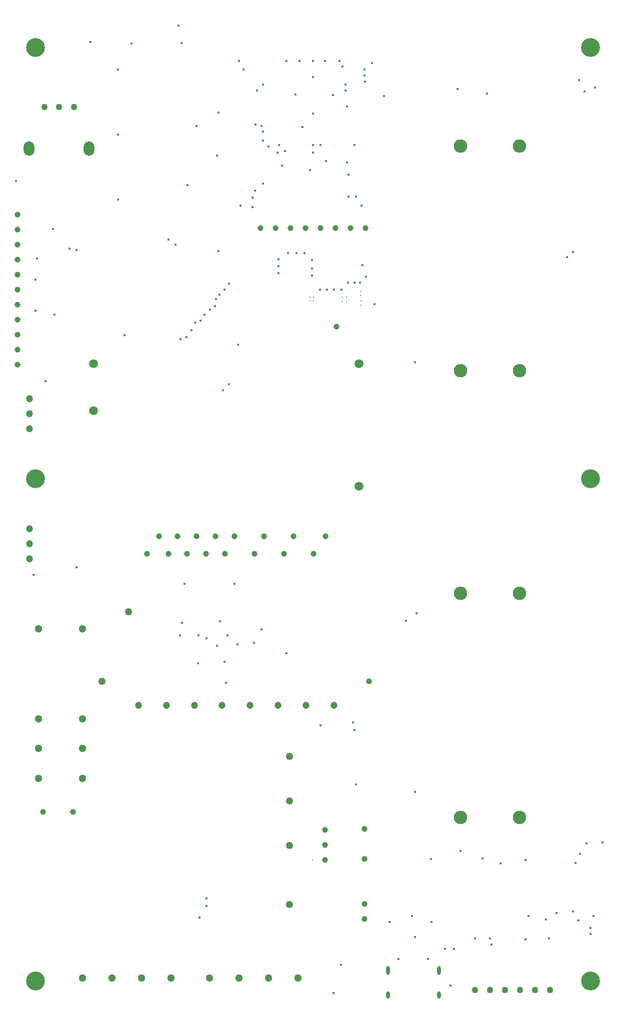
<source format=gbr>
%TF.GenerationSoftware,KiCad,Pcbnew,7.0.6*%
%TF.CreationDate,2023-12-09T00:06:19+01:00*%
%TF.ProjectId,MecProInverter,4d656350-726f-4496-9e76-65727465722e,rev?*%
%TF.SameCoordinates,Original*%
%TF.FileFunction,Plated,1,4,PTH,Mixed*%
%TF.FilePolarity,Positive*%
%FSLAX46Y46*%
G04 Gerber Fmt 4.6, Leading zero omitted, Abs format (unit mm)*
G04 Created by KiCad (PCBNEW 7.0.6) date 2023-12-09 00:06:19*
%MOMM*%
%LPD*%
G01*
G04 APERTURE LIST*
%TA.AperFunction,ViaDrill*%
%ADD10C,0.300000*%
%TD*%
%TA.AperFunction,ViaDrill*%
%ADD11C,0.400000*%
%TD*%
G04 aperture for slot hole*
%TA.AperFunction,ComponentDrill*%
%ADD12O,0.600000X1.500000*%
%TD*%
G04 aperture for slot hole*
%TA.AperFunction,ComponentDrill*%
%ADD13O,0.600000X1.200000*%
%TD*%
%TA.AperFunction,ComponentDrill*%
%ADD14C,1.000000*%
%TD*%
%TA.AperFunction,ComponentDrill*%
%ADD15C,1.100000*%
%TD*%
%TA.AperFunction,ComponentDrill*%
%ADD16C,1.100025*%
%TD*%
%TA.AperFunction,ComponentDrill*%
%ADD17C,1.200000*%
%TD*%
%TA.AperFunction,ViaDrill*%
%ADD18C,1.250000*%
%TD*%
%TA.AperFunction,ComponentDrill*%
%ADD19C,1.250000*%
%TD*%
%TA.AperFunction,ComponentDrill*%
%ADD20C,1.300000*%
%TD*%
%TA.AperFunction,ComponentDrill*%
%ADD21C,1.500000*%
%TD*%
G04 aperture for slot hole*
%TA.AperFunction,ComponentDrill*%
%ADD22O,1.800000X2.500025*%
%TD*%
%TA.AperFunction,ComponentDrill*%
%ADD23C,2.286000*%
%TD*%
%TA.AperFunction,ComponentDrill*%
%ADD24C,3.200000*%
%TD*%
G04 APERTURE END LIST*
D10*
X145500000Y-100275000D03*
X145500000Y-100875000D03*
X146000000Y-195500000D03*
X146100000Y-100275000D03*
X146100000Y-100875000D03*
X150920000Y-101040000D03*
X150930000Y-100230000D03*
X151640000Y-100230000D03*
X151640000Y-101040000D03*
X154060000Y-100000000D03*
X154100000Y-99200000D03*
X154100000Y-100800000D03*
X154100000Y-101600000D03*
D11*
X95700000Y-80600000D03*
X98700000Y-147200000D03*
X99000000Y-97250000D03*
X99000000Y-102500000D03*
X99250000Y-93750000D03*
X100750000Y-114500000D03*
X101975462Y-88750000D03*
X102250000Y-103250000D03*
X104762299Y-92012299D03*
X105950000Y-145937500D03*
X106000000Y-92250000D03*
X108315088Y-57090088D03*
X113000000Y-61749987D03*
X113000000Y-61749987D03*
X113000000Y-72750000D03*
X113000000Y-83750000D03*
X114100000Y-106700000D03*
X115315088Y-57340088D03*
X121500000Y-90525500D03*
X122750000Y-91325402D03*
X123250000Y-54250000D03*
X123500000Y-157500000D03*
X123600000Y-107400000D03*
X123750000Y-57250000D03*
X123815332Y-155384668D03*
X124250000Y-148750000D03*
X124600000Y-107000000D03*
X124750000Y-81250000D03*
X125400000Y-105800000D03*
X126000000Y-104600000D03*
X126250000Y-71250000D03*
X126500000Y-162250000D03*
X126637299Y-157474564D03*
X126750000Y-205250000D03*
X127000000Y-104200000D03*
X127600000Y-103201034D03*
X128000000Y-158000000D03*
X128000000Y-202000000D03*
X128000000Y-203250000D03*
X128605447Y-102406375D03*
X129400000Y-101800000D03*
X129600000Y-100600000D03*
X129750000Y-76250000D03*
X129750000Y-159250000D03*
X129974951Y-92500451D03*
X130000000Y-69000000D03*
X130200000Y-99800000D03*
X130280959Y-155081361D03*
X130750000Y-116000000D03*
X131000000Y-99000000D03*
X131000000Y-162000000D03*
X131250000Y-165500000D03*
X131500127Y-157500127D03*
X131750000Y-115000000D03*
X131800000Y-98000000D03*
X132750000Y-148750000D03*
X133250000Y-159000000D03*
X133350000Y-108250000D03*
X133500000Y-60300000D03*
X133750000Y-84750000D03*
X134250000Y-61750000D03*
X135750000Y-85000000D03*
X135800000Y-83400000D03*
X136000000Y-158750000D03*
X136200000Y-82200000D03*
X136250000Y-71000000D03*
X136500000Y-65250000D03*
X137250000Y-71250000D03*
X137250000Y-156500000D03*
X137500000Y-64250000D03*
X137500000Y-72250000D03*
X137500000Y-73750000D03*
X137500000Y-81000000D03*
X138500000Y-74750000D03*
X140012299Y-75762299D03*
X140200000Y-93800000D03*
X140200000Y-95000000D03*
X140200000Y-96200000D03*
X140250000Y-74500000D03*
X140750000Y-78000000D03*
X141274952Y-75524952D03*
X141500000Y-60250000D03*
X141500000Y-160500000D03*
X141800000Y-92800000D03*
X143025146Y-65974854D03*
X143200000Y-92800000D03*
X143750000Y-60250000D03*
X144250000Y-71500000D03*
X144600000Y-92800000D03*
X145474500Y-78750000D03*
X145800000Y-94000000D03*
X145800000Y-95400000D03*
X145800000Y-96600000D03*
X146000000Y-60250000D03*
X146000000Y-63000000D03*
X146000000Y-69200000D03*
X146000000Y-74500000D03*
X146000000Y-75750000D03*
X147200000Y-99000000D03*
X147250000Y-74500000D03*
X147250000Y-172750000D03*
X148000000Y-60250000D03*
X148250000Y-77250000D03*
X148400000Y-99000000D03*
X149400000Y-66000000D03*
X149500000Y-218000000D03*
X149600000Y-99000000D03*
X150500000Y-60250000D03*
X150750000Y-213250000D03*
X150800000Y-99000000D03*
X151000000Y-61250000D03*
X151500000Y-64250000D03*
X151500000Y-65250000D03*
X151750000Y-68000000D03*
X151750000Y-77500000D03*
X151900000Y-97800000D03*
X152000000Y-79500000D03*
X152000000Y-83250000D03*
X152750000Y-172250000D03*
X153000000Y-74500000D03*
X153000000Y-97800000D03*
X153000000Y-173500000D03*
X153250000Y-83250000D03*
X153250000Y-182750000D03*
X154000000Y-97800000D03*
X154250000Y-84750000D03*
X154400000Y-94800000D03*
X154700000Y-61700000D03*
X154750000Y-62750000D03*
X154776915Y-63798448D03*
X155000000Y-96800000D03*
X156000000Y-60600000D03*
X156400000Y-101400000D03*
X158000000Y-66250000D03*
X159000000Y-206000000D03*
X160500000Y-212250000D03*
X161750000Y-155000000D03*
X162750000Y-205000000D03*
X163250000Y-111250000D03*
X163250000Y-184000000D03*
X163250000Y-208500000D03*
X163500000Y-153750000D03*
X165500000Y-212250000D03*
X166000000Y-195326000D03*
X166116000Y-205994000D03*
X168402000Y-210566000D03*
X169250000Y-216750000D03*
X169926000Y-210566000D03*
X170500000Y-65000000D03*
X171000000Y-194000000D03*
X173482000Y-208788000D03*
X174750000Y-195250000D03*
X175450000Y-65750000D03*
X176022000Y-208788000D03*
X176276000Y-209804000D03*
X177800000Y-196088000D03*
X182000000Y-195500000D03*
X182000000Y-209000000D03*
X182500000Y-205000000D03*
X185444767Y-205555233D03*
X186000000Y-208750000D03*
X187250000Y-204500000D03*
X189000000Y-93500000D03*
X189994685Y-92606367D03*
X190000000Y-204250000D03*
X190500000Y-196000000D03*
X191000000Y-205750000D03*
X191014452Y-63500000D03*
X191250000Y-194500000D03*
X191974284Y-65482278D03*
X192300000Y-192700000D03*
X192987701Y-206987701D03*
X193000000Y-208000000D03*
X193500000Y-205000000D03*
X193750000Y-64750000D03*
X195000000Y-192500000D03*
D12*
%TO.C,U3*%
X158675006Y-214174879D03*
D13*
X158675006Y-218375032D03*
D12*
X167324994Y-214174879D03*
D13*
X167324994Y-218375032D03*
D14*
%TO.C,J7*%
X96000000Y-86300000D03*
X96000000Y-88840000D03*
X96000000Y-91380000D03*
X96000000Y-93920000D03*
X96000000Y-96460000D03*
X96000000Y-99000000D03*
X96000000Y-101540000D03*
X96000000Y-104080000D03*
X96000000Y-106620000D03*
X96000000Y-109160000D03*
X96000000Y-111700000D03*
%TO.C,R1*%
X100250000Y-187375000D03*
X105330000Y-187375000D03*
%TO.C,U13*%
X117900051Y-143700025D03*
X119900051Y-140700025D03*
X121500000Y-143700025D03*
X123099949Y-140700025D03*
X124699898Y-143700025D03*
X126300102Y-140700025D03*
X127900051Y-143700025D03*
X129500000Y-140700025D03*
X131099949Y-143700025D03*
X132699898Y-140700025D03*
X136099949Y-143700025D03*
%TO.C,J5*%
X137110000Y-88600000D03*
%TO.C,U13*%
X137699898Y-140700025D03*
%TO.C,J5*%
X139650000Y-88600000D03*
%TO.C,U13*%
X141099949Y-143700025D03*
%TO.C,J5*%
X142190000Y-88600000D03*
%TO.C,U13*%
X142700152Y-140700025D03*
%TO.C,J5*%
X144730000Y-88600000D03*
%TO.C,U13*%
X146099949Y-143700025D03*
%TO.C,J5*%
X147270000Y-88600000D03*
%TO.C,J6*%
X148000000Y-190445000D03*
X148000000Y-192985000D03*
X148000000Y-195525000D03*
%TO.C,U13*%
X148100203Y-140700025D03*
%TO.C,J5*%
X149810000Y-88600000D03*
%TO.C,J9*%
X150000000Y-105250000D03*
%TO.C,J5*%
X152350000Y-88600000D03*
%TO.C,U12*%
X154750000Y-190260000D03*
X154750000Y-195340000D03*
X154750000Y-202960000D03*
X154750000Y-205500000D03*
%TO.C,J5*%
X154890000Y-88600000D03*
%TO.C,J8*%
X155500000Y-165250000D03*
D15*
%TO.C,J3*%
X173460000Y-217500000D03*
X176000000Y-217500000D03*
X178540000Y-217500000D03*
X181080000Y-217500000D03*
X183620000Y-217500000D03*
X186160000Y-217500000D03*
D16*
%TO.C,U21*%
X100500127Y-68064478D03*
X103000000Y-68064478D03*
X105500127Y-68064478D03*
D17*
%TO.C,Fan1*%
X98000000Y-117459995D03*
X98000000Y-120000000D03*
X98000000Y-122540005D03*
%TO.C,Fan2*%
X98000000Y-139459995D03*
X98000000Y-142000000D03*
X98000000Y-144540005D03*
%TO.C,U13*%
X116444882Y-169299975D03*
X121175133Y-169299975D03*
X125905131Y-169299975D03*
X130635128Y-169299975D03*
X135365126Y-169299975D03*
X140095123Y-169299975D03*
X144825121Y-169299975D03*
X149555118Y-169299975D03*
%TD*%
D18*
X110250000Y-165250000D03*
X114750000Y-153500000D03*
D19*
%TO.C,U4*%
X142000000Y-178000000D03*
X142000000Y-185500000D03*
X142000000Y-193000000D03*
X142000000Y-203000000D03*
D20*
%TO.C,K2*%
X99500000Y-156350000D03*
X99500000Y-171610000D03*
X99500000Y-176650000D03*
X99500000Y-181690000D03*
X107000000Y-156350000D03*
X107000000Y-171610000D03*
X107000000Y-176650000D03*
X107000000Y-181690000D03*
%TO.C,J10*%
X107000000Y-215500000D03*
X112000000Y-215500000D03*
X117000000Y-215500000D03*
X122000000Y-215500000D03*
%TO.C,J4*%
X128500000Y-215500000D03*
X133500000Y-215500000D03*
X138500000Y-215500000D03*
X143500000Y-215500000D03*
D21*
%TO.C,PS1*%
X108800000Y-111482500D03*
X108800000Y-119482500D03*
X153800000Y-111482500D03*
X153800000Y-132282500D03*
D22*
%TO.C,U21*%
X97919990Y-75064478D03*
X108080010Y-75064478D03*
D23*
%TO.C,C1*%
X171000000Y-74666750D03*
%TO.C,C2*%
X171000000Y-112666750D03*
%TO.C,C3*%
X171000000Y-150333500D03*
%TO.C,C4*%
X171000000Y-188333500D03*
%TO.C,C1*%
X181000000Y-74666750D03*
%TO.C,C2*%
X181000000Y-112666750D03*
%TO.C,C3*%
X181000000Y-150333500D03*
%TO.C,C4*%
X181000000Y-188333500D03*
D24*
%TO.C,H5*%
X99000000Y-58000000D03*
%TO.C,H4*%
X99000000Y-131000000D03*
%TO.C,H1*%
X99000000Y-216000000D03*
%TO.C,H6*%
X193000000Y-58000000D03*
%TO.C,H2*%
X193000000Y-131000000D03*
%TO.C,H3*%
X193000000Y-216000000D03*
M02*

</source>
